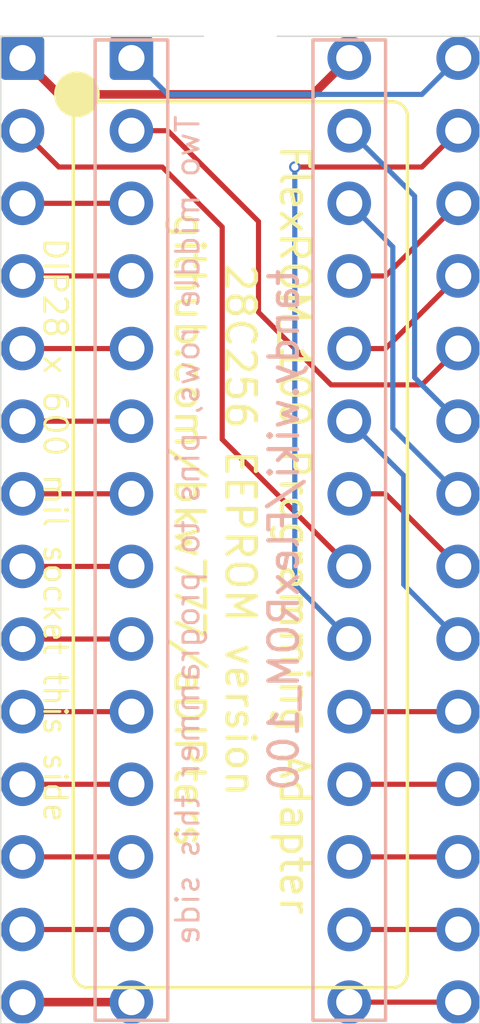
<source format=kicad_pcb>
(kicad_pcb (version 20171130) (host pcbnew 5.1.7-a382d34a8~87~ubuntu20.04.1)

  (general
    (thickness 1.6)
    (drawings 27)
    (tracks 55)
    (zones 0)
    (modules 3)
    (nets 29)
  )

  (page A4)
  (layers
    (0 F.Cu signal)
    (31 B.Cu signal)
    (32 B.Adhes user hide)
    (33 F.Adhes user hide)
    (34 B.Paste user hide)
    (35 F.Paste user hide)
    (36 B.SilkS user)
    (37 F.SilkS user)
    (38 B.Mask user)
    (39 F.Mask user)
    (40 Dwgs.User user hide)
    (41 Cmts.User user hide)
    (42 Eco1.User user hide)
    (43 Eco2.User user hide)
    (44 Edge.Cuts user)
    (45 Margin user hide)
    (46 B.CrtYd user hide)
    (47 F.CrtYd user hide)
    (48 B.Fab user hide)
    (49 F.Fab user hide)
  )

  (setup
    (last_trace_width 0.18)
    (user_trace_width 0.16)
    (user_trace_width 0.2)
    (user_trace_width 0.3)
    (trace_clearance 0.16)
    (zone_clearance 0.508)
    (zone_45_only no)
    (trace_min 0.16)
    (via_size 0.4)
    (via_drill 0.25)
    (via_min_size 0.4)
    (via_min_drill 0.25)
    (uvia_size 0.4)
    (uvia_drill 0.25)
    (uvias_allowed no)
    (uvia_min_size 0.4)
    (uvia_min_drill 0.25)
    (edge_width 0.05)
    (segment_width 0.2)
    (pcb_text_width 0.3)
    (pcb_text_size 1.5 1.5)
    (mod_edge_width 0.12)
    (mod_text_size 1 1)
    (mod_text_width 0.15)
    (pad_size 1.524 1.524)
    (pad_drill 0.9144)
    (pad_to_mask_clearance 0)
    (aux_axis_origin 0 0)
    (grid_origin 150 100)
    (visible_elements FFFFFF7F)
    (pcbplotparams
      (layerselection 0x010fc_ffffffff)
      (usegerberextensions false)
      (usegerberattributes false)
      (usegerberadvancedattributes false)
      (creategerberjobfile false)
      (excludeedgelayer true)
      (linewidth 0.100000)
      (plotframeref false)
      (viasonmask false)
      (mode 1)
      (useauxorigin false)
      (hpglpennumber 1)
      (hpglpenspeed 20)
      (hpglpendiameter 15.000000)
      (psnegative false)
      (psa4output false)
      (plotreference true)
      (plotvalue true)
      (plotinvisibletext false)
      (padsonsilk false)
      (subtractmaskfromsilk false)
      (outputformat 1)
      (mirror false)
      (drillshape 1)
      (scaleselection 1)
      (outputdirectory ""))
  )

  (net 0 "")
  (net 1 /VCC)
  (net 2 /D3)
  (net 3 /A10)
  (net 4 /D4)
  (net 5 /A7)
  (net 6 /D5)
  (net 7 /A6)
  (net 8 /D6)
  (net 9 /A5)
  (net 10 /D7)
  (net 11 /A4)
  (net 12 /A11)
  (net 13 /A3)
  (net 14 /~OE)
  (net 15 /A2)
  (net 16 /A13)
  (net 17 /A1)
  (net 18 /A0)
  (net 19 /A12)
  (net 20 /D0)
  (net 21 /A9)
  (net 22 /D1)
  (net 23 /A8)
  (net 24 /D2)
  (net 25 /GND)
  (net 26 /A14)
  (net 27 /~WE)
  (net 28 /~CE)

  (net_class Default "This is the default net class."
    (clearance 0.16)
    (trace_width 0.18)
    (via_dia 0.4)
    (via_drill 0.25)
    (uvia_dia 0.4)
    (uvia_drill 0.25)
    (add_net /A0)
    (add_net /A1)
    (add_net /A10)
    (add_net /A11)
    (add_net /A12)
    (add_net /A13)
    (add_net /A14)
    (add_net /A2)
    (add_net /A3)
    (add_net /A4)
    (add_net /A5)
    (add_net /A6)
    (add_net /A7)
    (add_net /A8)
    (add_net /A9)
    (add_net /D0)
    (add_net /D1)
    (add_net /D2)
    (add_net /D3)
    (add_net /D4)
    (add_net /D5)
    (add_net /D6)
    (add_net /D7)
    (add_net /GND)
    (add_net /VCC)
    (add_net /~CE)
    (add_net /~OE)
    (add_net /~WE)
  )

  (module 000_LOCAL:NPTH_0.1 (layer F.Cu) (tedit 5F9F8E45) (tstamp 5FA020CD)
    (at 150 82.728)
    (fp_text reference "polarity notch" (at 0 2.54) (layer F.SilkS) hide
      (effects (font (size 1.27 1.27) (thickness 0.127)))
    )
    (fp_text value NPTH_0.1 (at 0 -2.54) (layer F.Fab)
      (effects (font (size 1.27 1.27) (thickness 0.0127)))
    )
    (pad "" np_thru_hole circle (at 0 0) (size 2.54 2.54) (drill 2.54) (layers *.Cu *.Mask))
  )

  (module 000_LOCAL:2x28_0.3_0.1_pins (layer F.Cu) (tedit 5F9F8BDA) (tstamp 5F9FEEEA)
    (at 150 100)
    (descr "28-lead though-hole mounted DIP package, row spacing 15.24 mm (600 mils)")
    (tags "THT DIP DIL PDIP 2.54mm 15.24mm 600mil")
    (path /5E5B130A)
    (fp_text reference U1 (at 0 0) (layer F.SilkS) hide
      (effects (font (size 1 1) (thickness 0.15)))
    )
    (fp_text value "28C256 pinout to programmer" (at 0 16.51) (layer F.Fab)
      (effects (font (size 1 1) (thickness 0.15)))
    )
    (fp_line (start -8.382 -17.272) (end -8.382 17.272) (layer F.CrtYd) (width 0.01))
    (fp_line (start -8.382 17.272) (end 8.382 17.272) (layer F.CrtYd) (width 0.01))
    (fp_line (start 8.382 17.272) (end 8.382 -17.272) (layer F.CrtYd) (width 0.01))
    (fp_line (start 8.382 -17.272) (end -8.382 -17.272) (layer F.CrtYd) (width 0.01))
    (fp_text user %R (at 0 0) (layer F.Fab)
      (effects (font (size 1 1) (thickness 0.15)))
    )
    (pad 1 thru_hole roundrect (at -3.81 -16.51) (size 1.524 1.524) (drill 0.9144) (layers *.Cu *.Mask) (roundrect_rratio 0.1)
      (net 26 /A14))
    (pad 15 thru_hole circle (at 3.81 16.51) (size 1.524 1.524) (drill 0.9144) (layers *.Cu *.Mask)
      (net 2 /D3))
    (pad 2 thru_hole circle (at -3.81 -13.97) (size 1.524 1.524) (drill 0.9144) (layers *.Cu *.Mask)
      (net 19 /A12))
    (pad 16 thru_hole circle (at 3.81 13.97) (size 1.524 1.524) (drill 0.9144) (layers *.Cu *.Mask)
      (net 4 /D4))
    (pad 3 thru_hole circle (at -3.81 -11.43) (size 1.524 1.524) (drill 0.9144) (layers *.Cu *.Mask)
      (net 5 /A7))
    (pad 17 thru_hole circle (at 3.81 11.43) (size 1.524 1.524) (drill 0.9144) (layers *.Cu *.Mask)
      (net 6 /D5))
    (pad 4 thru_hole circle (at -3.81 -8.89) (size 1.524 1.524) (drill 0.9144) (layers *.Cu *.Mask)
      (net 7 /A6))
    (pad 18 thru_hole circle (at 3.81 8.89) (size 1.524 1.524) (drill 0.9144) (layers *.Cu *.Mask)
      (net 8 /D6))
    (pad 5 thru_hole circle (at -3.81 -6.35) (size 1.524 1.524) (drill 0.9144) (layers *.Cu *.Mask)
      (net 9 /A5))
    (pad 19 thru_hole circle (at 3.81 6.35) (size 1.524 1.524) (drill 0.9144) (layers *.Cu *.Mask)
      (net 10 /D7))
    (pad 6 thru_hole circle (at -3.81 -3.81) (size 1.524 1.524) (drill 0.9144) (layers *.Cu *.Mask)
      (net 11 /A4))
    (pad 20 thru_hole circle (at 3.81 3.81) (size 1.524 1.524) (drill 0.9144) (layers *.Cu *.Mask)
      (net 28 /~CE))
    (pad 7 thru_hole circle (at -3.81 -1.27) (size 1.524 1.524) (drill 0.9144) (layers *.Cu *.Mask)
      (net 13 /A3))
    (pad 21 thru_hole circle (at 3.81 1.27) (size 1.524 1.524) (drill 0.9144) (layers *.Cu *.Mask)
      (net 3 /A10))
    (pad 8 thru_hole circle (at -3.81 1.27) (size 1.524 1.524) (drill 0.9144) (layers *.Cu *.Mask)
      (net 15 /A2))
    (pad 22 thru_hole circle (at 3.81 -1.27) (size 1.524 1.524) (drill 0.9144) (layers *.Cu *.Mask)
      (net 14 /~OE))
    (pad 9 thru_hole circle (at -3.81 3.81) (size 1.524 1.524) (drill 0.9144) (layers *.Cu *.Mask)
      (net 17 /A1))
    (pad 23 thru_hole circle (at 3.81 -3.81) (size 1.524 1.524) (drill 0.9144) (layers *.Cu *.Mask)
      (net 12 /A11))
    (pad 10 thru_hole circle (at -3.81 6.35) (size 1.524 1.524) (drill 0.9144) (layers *.Cu *.Mask)
      (net 18 /A0))
    (pad 24 thru_hole circle (at 3.81 -6.35) (size 1.524 1.524) (drill 0.9144) (layers *.Cu *.Mask)
      (net 21 /A9))
    (pad 11 thru_hole circle (at -3.81 8.89) (size 1.524 1.524) (drill 0.9144) (layers *.Cu *.Mask)
      (net 20 /D0))
    (pad 25 thru_hole circle (at 3.81 -8.89) (size 1.524 1.524) (drill 0.9144) (layers *.Cu *.Mask)
      (net 23 /A8))
    (pad 12 thru_hole circle (at -3.81 11.43) (size 1.524 1.524) (drill 0.9144) (layers *.Cu *.Mask)
      (net 22 /D1))
    (pad 26 thru_hole circle (at 3.81 -11.43) (size 1.524 1.524) (drill 0.9144) (layers *.Cu *.Mask)
      (net 16 /A13))
    (pad 13 thru_hole circle (at -3.81 13.97) (size 1.524 1.524) (drill 0.9144) (layers *.Cu *.Mask)
      (net 24 /D2))
    (pad 27 thru_hole circle (at 3.81 -13.97) (size 1.524 1.524) (drill 0.9144) (layers *.Cu *.Mask)
      (net 27 /~WE))
    (pad 14 thru_hole circle (at -3.81 16.51) (size 1.524 1.524) (drill 0.9144) (layers *.Cu *.Mask)
      (net 25 /GND))
    (pad 28 thru_hole circle (at 3.81 -16.51) (size 1.524 1.524) (drill 0.9144) (layers *.Cu *.Mask)
      (net 1 /VCC))
    (model ${KIPRJMOD}/000_LOCAL.pretty/packages3d/PinHeader_1x14_P2.54mm_Vertical.step
      (offset (xyz 3.81 16.51 -1.7272))
      (scale (xyz 1 1 1))
      (rotate (xyz 0 180 0))
    )
    (model ${KIPRJMOD}/000_LOCAL.pretty/packages3d/PinHeader_1x14_P2.54mm_Vertical.step
      (offset (xyz -3.81 16.51 -1.7272))
      (scale (xyz 1 1 1))
      (rotate (xyz 0 180 0))
    )
  )

  (module 000_LOCAL:DIP28_0.6 (layer F.Cu) (tedit 5FA3AE75) (tstamp 5F9F86E2)
    (at 150 100)
    (descr "28-lead though-hole mounted DIP package, row spacing 15.24 mm (600 mils)")
    (tags "THT DIP DIL PDIP 2.54mm 15.24mm 600mil")
    (path /5E5C209E)
    (fp_text reference J1 (at -4.7 -16.35) (layer F.SilkS) hide
      (effects (font (size 1 1) (thickness 0.15)))
    )
    (fp_text value "LH535618 Socket" (at 0 18.84) (layer F.Fab)
      (effects (font (size 1 1) (thickness 0.15)))
    )
    (fp_line (start -8.382 -17.272) (end -8.382 17.272) (layer F.CrtYd) (width 0.01))
    (fp_line (start -8.382 17.272) (end 8.382 17.272) (layer F.CrtYd) (width 0.01))
    (fp_line (start 8.382 17.272) (end 8.382 -17.272) (layer F.CrtYd) (width 0.01))
    (fp_line (start 8.382 -17.272) (end -8.382 -17.272) (layer F.CrtYd) (width 0.01))
    (fp_text user %R (at 0.27 3.12) (layer F.Fab)
      (effects (font (size 1 1) (thickness 0.15)))
    )
    (pad 1 thru_hole roundrect (at -7.62 -16.51) (size 1.524 1.524) (drill 0.9144) (layers *.Cu *.Mask) (roundrect_rratio 0.1)
      (net 1 /VCC))
    (pad 15 thru_hole circle (at 7.62 16.51) (size 1.524 1.524) (drill 0.9144) (layers *.Cu *.Mask)
      (net 2 /D3))
    (pad 2 thru_hole circle (at -7.62 -13.97) (size 1.524 1.524) (drill 0.9144) (layers *.Cu *.Mask)
      (net 3 /A10))
    (pad 16 thru_hole circle (at 7.62 13.97) (size 1.524 1.524) (drill 0.9144) (layers *.Cu *.Mask)
      (net 4 /D4))
    (pad 3 thru_hole circle (at -7.62 -11.43) (size 1.524 1.524) (drill 0.9144) (layers *.Cu *.Mask)
      (net 5 /A7))
    (pad 17 thru_hole circle (at 7.62 11.43) (size 1.524 1.524) (drill 0.9144) (layers *.Cu *.Mask)
      (net 6 /D5))
    (pad 4 thru_hole circle (at -7.62 -8.89) (size 1.524 1.524) (drill 0.9144) (layers *.Cu *.Mask)
      (net 7 /A6))
    (pad 18 thru_hole circle (at 7.62 8.89) (size 1.524 1.524) (drill 0.9144) (layers *.Cu *.Mask)
      (net 8 /D6))
    (pad 5 thru_hole circle (at -7.62 -6.35) (size 1.524 1.524) (drill 0.9144) (layers *.Cu *.Mask)
      (net 9 /A5))
    (pad 19 thru_hole circle (at 7.62 6.35) (size 1.524 1.524) (drill 0.9144) (layers *.Cu *.Mask)
      (net 10 /D7))
    (pad 6 thru_hole circle (at -7.62 -3.81) (size 1.524 1.524) (drill 0.9144) (layers *.Cu *.Mask)
      (net 11 /A4))
    (pad 20 thru_hole circle (at 7.62 3.81) (size 1.524 1.524) (drill 0.9144) (layers *.Cu *.Mask)
      (net 12 /A11))
    (pad 7 thru_hole circle (at -7.62 -1.27) (size 1.524 1.524) (drill 0.9144) (layers *.Cu *.Mask)
      (net 13 /A3))
    (pad 21 thru_hole circle (at 7.62 1.27) (size 1.524 1.524) (drill 0.9144) (layers *.Cu *.Mask)
      (net 14 /~OE))
    (pad 8 thru_hole circle (at -7.62 1.27) (size 1.524 1.524) (drill 0.9144) (layers *.Cu *.Mask)
      (net 15 /A2))
    (pad 22 thru_hole circle (at 7.62 -1.27) (size 1.524 1.524) (drill 0.9144) (layers *.Cu *.Mask)
      (net 16 /A13))
    (pad 9 thru_hole circle (at -7.62 3.81) (size 1.524 1.524) (drill 0.9144) (layers *.Cu *.Mask)
      (net 17 /A1))
    (pad 23 thru_hole circle (at 7.62 -3.81) (size 1.524 1.524) (drill 0.9144) (layers *.Cu *.Mask)
      (net 27 /~WE))
    (pad 10 thru_hole circle (at -7.62 6.35) (size 1.524 1.524) (drill 0.9144) (layers *.Cu *.Mask)
      (net 18 /A0))
    (pad 24 thru_hole circle (at 7.62 -6.35) (size 1.524 1.524) (drill 0.9144) (layers *.Cu *.Mask)
      (net 19 /A12))
    (pad 11 thru_hole circle (at -7.62 8.89) (size 1.524 1.524) (drill 0.9144) (layers *.Cu *.Mask)
      (net 20 /D0))
    (pad 25 thru_hole circle (at 7.62 -8.89) (size 1.524 1.524) (drill 0.9144) (layers *.Cu *.Mask)
      (net 21 /A9))
    (pad 12 thru_hole circle (at -7.62 11.43) (size 1.524 1.524) (drill 0.9144) (layers *.Cu *.Mask)
      (net 22 /D1))
    (pad 26 thru_hole circle (at 7.62 -11.43) (size 1.524 1.524) (drill 0.9144) (layers *.Cu *.Mask)
      (net 23 /A8))
    (pad 13 thru_hole circle (at -7.62 13.97) (size 1.524 1.524) (drill 0.9144) (layers *.Cu *.Mask)
      (net 24 /D2))
    (pad 27 thru_hole circle (at 7.62 -13.97) (size 1.524 1.524) (drill 0.9144) (layers *.Cu *.Mask)
      (net 28 /~CE))
    (pad 14 thru_hole circle (at -7.62 16.51) (size 1.524 1.524) (drill 0.9144) (layers *.Cu *.Mask)
      (net 25 /GND))
    (pad 28 thru_hole circle (at 7.62 -16.51) (size 1.524 1.524) (drill 0.9144) (layers *.Cu *.Mask)
      (net 26 /A14))
    (model ${KIPRJMOD}/000_LOCAL.pretty/packages3d/DIP-28_W15.24mm_Socket.step
      (offset (xyz -7.62 16.51 0))
      (scale (xyz 1 1 1))
      (rotate (xyz 0 0 0))
    )
  )

  (gr_text "28C256 EEPROM version" (at 150 100 -90) (layer F.SilkS) (tstamp 5FA3B74D)
    (effects (font (size 1 1) (thickness 0.15)))
  )
  (gr_arc (start 155.334 85.522) (end 155.842 85.522) (angle -90) (layer F.SilkS) (width 0.12) (tstamp 5FA378A5))
  (gr_line (start 144.666 85.014) (end 155.334 85.014) (layer F.SilkS) (width 0.12) (tstamp 5FA3751C))
  (gr_arc (start 144.666 85.522) (end 144.666 85.014) (angle -90) (layer F.SilkS) (width 0.12) (tstamp 5FA374D1))
  (gr_arc (start 144.666 115.494) (end 144.158 115.494) (angle -90) (layer F.SilkS) (width 0.12) (tstamp 5FA373F0))
  (gr_arc (start 155.334 115.494) (end 155.334 116.002) (angle -90) (layer F.SilkS) (width 0.12))
  (gr_line (start 144.666 116.002) (end 155.334 116.002) (layer F.SilkS) (width 0.12))
  (gr_line (start 155.842 85.522) (end 155.842 115.494) (layer F.SilkS) (width 0.12) (tstamp 5FA36784))
  (gr_line (start 144.158 85.522) (end 144.158 115.494) (layer F.SilkS) (width 0.12))
  (gr_text github.com/bkw777/aDIPters (at 148.222 100 -90) (layer F.SilkS)
    (effects (font (size 1 1) (thickness 0.15)))
  )
  (gr_text tandy.wiki/FlexROM_100 (at 151.524 100 90) (layer B.SilkS)
    (effects (font (size 1 1) (thickness 0.15)) (justify mirror))
  )
  (gr_text "DIP28 x 600 mil socket this side" (at 143.523 100 -90) (layer F.SilkS)
    (effects (font (size 0.8 0.8) (thickness 0.1)))
  )
  (gr_text "Two middle rows, pins to programmer this side" (at 148.1585 100 90) (layer B.SilkS)
    (effects (font (size 0.8 0.8) (thickness 0.1)) (justify mirror))
  )
  (gr_line (start 144.92 82.855) (end 147.46 82.855) (layer B.SilkS) (width 0.12) (tstamp 5F9FDD21))
  (gr_line (start 144.92 117.145) (end 144.92 82.855) (layer B.SilkS) (width 0.12))
  (gr_line (start 147.46 117.145) (end 144.92 117.145) (layer B.SilkS) (width 0.12))
  (gr_line (start 147.46 82.855) (end 147.46 117.145) (layer B.SilkS) (width 0.12))
  (gr_line (start 152.54 82.855) (end 155.08 82.855) (layer B.SilkS) (width 0.12) (tstamp 5F9FDD0B))
  (gr_line (start 152.54 117.145) (end 152.54 82.855) (layer B.SilkS) (width 0.12))
  (gr_line (start 155.08 117.145) (end 152.54 117.145) (layer B.SilkS) (width 0.12))
  (gr_line (start 155.08 82.855) (end 155.08 117.145) (layer B.SilkS) (width 0.12))
  (gr_text "FlexROM_100 Programming Adapter" (at 151.905 100 -90) (layer F.SilkS)
    (effects (font (size 1 1) (thickness 0.15)))
  )
  (gr_line (start 141.618 117.272) (end 141.618 82.728) (layer Edge.Cuts) (width 0.05) (tstamp 5E36F1C6))
  (gr_line (start 158.382 82.728) (end 158.382 117.272) (layer Edge.Cuts) (width 0.05) (tstamp 5E36F1C5))
  (gr_line (start 141.618 82.728) (end 158.382 82.728) (layer Edge.Cuts) (width 0.05))
  (gr_line (start 141.618 117.272) (end 158.382 117.272) (layer Edge.Cuts) (width 0.05))
  (gr_circle (center 144.285 84.76) (end 144.685 84.76) (layer F.SilkS) (width 0.8))

  (segment (start 152.54 84.76) (end 153.81 83.49) (width 0.3) (layer F.Cu) (net 1))
  (segment (start 143.65 84.76) (end 152.54 84.76) (width 0.3) (layer F.Cu) (net 1))
  (segment (start 142.38 83.49) (end 143.65 84.76) (width 0.3) (layer F.Cu) (net 1))
  (segment (start 153.81 116.51) (end 157.62 116.51) (width 0.18) (layer F.Cu) (net 2))
  (segment (start 149.365 89.3955) (end 149.365 96.825) (width 0.18) (layer F.Cu) (net 3))
  (segment (start 149.365 96.825) (end 153.81 101.27) (width 0.18) (layer F.Cu) (net 3))
  (segment (start 147.2695 87.3) (end 149.365 89.3955) (width 0.18) (layer F.Cu) (net 3))
  (segment (start 143.65 87.3) (end 147.2695 87.3) (width 0.18) (layer F.Cu) (net 3))
  (segment (start 142.38 86.03) (end 143.65 87.3) (width 0.18) (layer F.Cu) (net 3))
  (segment (start 153.81 113.97) (end 157.62 113.97) (width 0.18) (layer F.Cu) (net 4))
  (segment (start 142.38 88.57) (end 146.19 88.57) (width 0.18) (layer F.Cu) (net 5))
  (segment (start 153.81 111.43) (end 157.62 111.43) (width 0.18) (layer F.Cu) (net 6))
  (segment (start 142.38 91.11) (end 146.19 91.11) (width 0.18) (layer F.Cu) (net 7))
  (segment (start 153.81 108.89) (end 157.62 108.89) (width 0.18) (layer F.Cu) (net 8))
  (segment (start 142.38 93.65) (end 146.19 93.65) (width 0.18) (layer F.Cu) (net 9))
  (segment (start 153.81 106.35) (end 157.62 106.35) (width 0.18) (layer F.Cu) (net 10))
  (segment (start 142.38 96.19) (end 146.19 96.19) (width 0.18) (layer F.Cu) (net 11))
  (segment (start 155.715 98.095) (end 153.81 96.19) (width 0.18) (layer B.Cu) (net 12))
  (segment (start 155.715 101.905) (end 155.715 98.095) (width 0.18) (layer B.Cu) (net 12))
  (segment (start 157.62 103.81) (end 155.715 101.905) (width 0.18) (layer B.Cu) (net 12))
  (segment (start 142.38 98.73) (end 146.19 98.73) (width 0.18) (layer F.Cu) (net 13))
  (segment (start 155.08 98.73) (end 153.81 98.73) (width 0.18) (layer F.Cu) (net 14))
  (segment (start 157.62 101.27) (end 155.08 98.73) (width 0.18) (layer F.Cu) (net 14))
  (segment (start 142.38 101.27) (end 146.19 101.27) (width 0.18) (layer F.Cu) (net 15))
  (segment (start 155.334 90.094) (end 153.81 88.57) (width 0.18) (layer B.Cu) (net 16))
  (segment (start 155.334 96.444) (end 155.334 90.094) (width 0.18) (layer B.Cu) (net 16))
  (segment (start 157.62 98.73) (end 155.334 96.444) (width 0.18) (layer B.Cu) (net 16))
  (segment (start 142.38 103.81) (end 146.19 103.81) (width 0.18) (layer F.Cu) (net 17))
  (segment (start 142.38 106.35) (end 146.19 106.35) (width 0.18) (layer F.Cu) (net 18))
  (segment (start 147.46 86.03) (end 146.19 86.03) (width 0.18) (layer F.Cu) (net 19))
  (segment (start 150.635 89.205) (end 147.46 86.03) (width 0.18) (layer F.Cu) (net 19))
  (segment (start 150.635 92.38) (end 150.635 89.205) (width 0.18) (layer F.Cu) (net 19))
  (segment (start 156.35 94.92) (end 153.175 94.92) (width 0.18) (layer F.Cu) (net 19))
  (segment (start 153.175 94.92) (end 150.635 92.38) (width 0.18) (layer F.Cu) (net 19))
  (segment (start 157.62 93.65) (end 156.35 94.92) (width 0.18) (layer F.Cu) (net 19))
  (segment (start 142.38 108.89) (end 146.19 108.89) (width 0.18) (layer F.Cu) (net 20))
  (segment (start 153.81 93.65) (end 155.08 93.65) (width 0.18) (layer F.Cu) (net 21))
  (segment (start 155.08 93.65) (end 157.62 91.11) (width 0.18) (layer F.Cu) (net 21))
  (segment (start 142.38 111.43) (end 146.19 111.43) (width 0.18) (layer F.Cu) (net 22))
  (segment (start 155.08 91.11) (end 157.62 88.57) (width 0.18) (layer F.Cu) (net 23))
  (segment (start 153.81 91.11) (end 155.08 91.11) (width 0.18) (layer F.Cu) (net 23))
  (segment (start 142.38 113.97) (end 146.19 113.97) (width 0.18) (layer F.Cu) (net 24))
  (segment (start 142.38 116.51) (end 146.19 116.51) (width 0.3) (layer F.Cu) (net 25))
  (segment (start 156.35 84.76) (end 157.62 83.49) (width 0.18) (layer B.Cu) (net 26))
  (segment (start 147.46 84.76) (end 156.35 84.76) (width 0.18) (layer B.Cu) (net 26))
  (segment (start 146.19 83.49) (end 147.46 84.76) (width 0.18) (layer B.Cu) (net 26))
  (segment (start 156.096 88.316) (end 153.81 86.03) (width 0.18) (layer B.Cu) (net 27))
  (segment (start 156.096 94.666) (end 156.096 88.316) (width 0.18) (layer B.Cu) (net 27))
  (segment (start 157.62 96.19) (end 156.096 94.666) (width 0.18) (layer B.Cu) (net 27))
  (segment (start 151.905 87.3) (end 151.905 87.3) (width 0.18) (layer B.Cu) (net 28) (tstamp 5FA3DCE8))
  (via (at 151.905 87.3) (size 0.4) (drill 0.25) (layers F.Cu B.Cu) (net 28))
  (segment (start 156.35 87.3) (end 151.905 87.3) (width 0.18) (layer F.Cu) (net 28))
  (segment (start 157.62 86.03) (end 156.35 87.3) (width 0.18) (layer F.Cu) (net 28))
  (segment (start 151.905 101.905) (end 151.905 87.3) (width 0.18) (layer B.Cu) (net 28))
  (segment (start 153.81 103.81) (end 151.905 101.905) (width 0.18) (layer B.Cu) (net 28))

)

</source>
